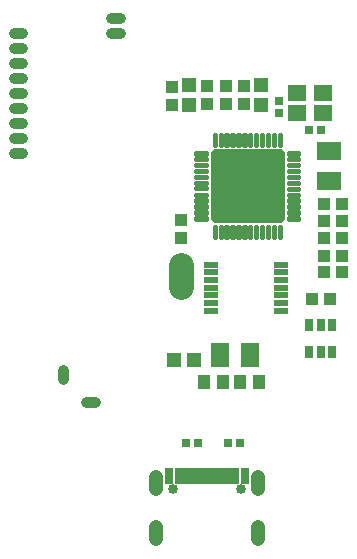
<source format=gbr>
G04 EAGLE Gerber RS-274X export*
G75*
%MOMM*%
%FSLAX34Y34*%
%LPD*%
%INSoldermask Top*%
%IPPOS*%
%AMOC8*
5,1,8,0,0,1.08239X$1,22.5*%
G01*
%ADD10R,1.103200X1.203200*%
%ADD11R,0.803200X1.103200*%
%ADD12R,1.203200X1.303200*%
%ADD13R,1.303200X1.203200*%
%ADD14C,0.316234*%
%ADD15C,0.806416*%
%ADD16C,0.914400*%
%ADD17R,1.193800X0.508000*%
%ADD18R,1.603200X1.403200*%
%ADD19R,1.003200X1.103200*%
%ADD20R,1.603200X2.003200*%
%ADD21R,1.103200X1.003200*%
%ADD22R,0.803200X0.803200*%
%ADD23R,2.003200X1.603200*%
%ADD24C,2.133600*%
%ADD25R,0.778200X1.353200*%
%ADD26R,0.478200X1.353200*%
%ADD27C,1.203200*%
%ADD28C,0.853200*%


D10*
X319660Y128270D03*
X335660Y128270D03*
X305180Y128270D03*
X289180Y128270D03*
D11*
X397740Y176790D03*
X388240Y176790D03*
X378740Y176790D03*
X378740Y153790D03*
X388240Y153790D03*
X397740Y153790D03*
D12*
X277180Y379340D03*
X277180Y362340D03*
X338140Y379340D03*
X338140Y362340D03*
D13*
X264400Y146540D03*
X281400Y146540D03*
D14*
X353481Y328365D02*
X354651Y328365D01*
X353481Y328365D02*
X353481Y337235D01*
X354651Y337235D01*
X354651Y328365D01*
X354651Y331369D02*
X353481Y331369D01*
X353481Y334373D02*
X354651Y334373D01*
X349651Y328365D02*
X348481Y328365D01*
X348481Y337235D01*
X349651Y337235D01*
X349651Y328365D01*
X349651Y331369D02*
X348481Y331369D01*
X348481Y334373D02*
X349651Y334373D01*
X344651Y328365D02*
X343481Y328365D01*
X343481Y337235D01*
X344651Y337235D01*
X344651Y328365D01*
X344651Y331369D02*
X343481Y331369D01*
X343481Y334373D02*
X344651Y334373D01*
X339651Y328365D02*
X338481Y328365D01*
X338481Y337235D01*
X339651Y337235D01*
X339651Y328365D01*
X339651Y331369D02*
X338481Y331369D01*
X338481Y334373D02*
X339651Y334373D01*
X334651Y328365D02*
X333481Y328365D01*
X333481Y337235D01*
X334651Y337235D01*
X334651Y328365D01*
X334651Y331369D02*
X333481Y331369D01*
X333481Y334373D02*
X334651Y334373D01*
X329651Y328365D02*
X328481Y328365D01*
X328481Y337235D01*
X329651Y337235D01*
X329651Y328365D01*
X329651Y331369D02*
X328481Y331369D01*
X328481Y334373D02*
X329651Y334373D01*
X324651Y328365D02*
X323481Y328365D01*
X323481Y337235D01*
X324651Y337235D01*
X324651Y328365D01*
X324651Y331369D02*
X323481Y331369D01*
X323481Y334373D02*
X324651Y334373D01*
X319651Y328365D02*
X318481Y328365D01*
X318481Y337235D01*
X319651Y337235D01*
X319651Y328365D01*
X319651Y331369D02*
X318481Y331369D01*
X318481Y334373D02*
X319651Y334373D01*
X314651Y328365D02*
X313481Y328365D01*
X313481Y337235D01*
X314651Y337235D01*
X314651Y328365D01*
X314651Y331369D02*
X313481Y331369D01*
X313481Y334373D02*
X314651Y334373D01*
X309651Y328365D02*
X308481Y328365D01*
X308481Y337235D01*
X309651Y337235D01*
X309651Y328365D01*
X309651Y331369D02*
X308481Y331369D01*
X308481Y334373D02*
X309651Y334373D01*
X304651Y328365D02*
X303481Y328365D01*
X303481Y337235D01*
X304651Y337235D01*
X304651Y328365D01*
X304651Y331369D02*
X303481Y331369D01*
X303481Y334373D02*
X304651Y334373D01*
X299651Y328365D02*
X298481Y328365D01*
X298481Y337235D01*
X299651Y337235D01*
X299651Y328365D01*
X299651Y331369D02*
X298481Y331369D01*
X298481Y334373D02*
X299651Y334373D01*
X292001Y321885D02*
X292001Y320715D01*
X283131Y320715D01*
X283131Y321885D01*
X292001Y321885D01*
X292001Y316885D02*
X292001Y315715D01*
X283131Y315715D01*
X283131Y316885D01*
X292001Y316885D01*
X292001Y311885D02*
X292001Y310715D01*
X283131Y310715D01*
X283131Y311885D01*
X292001Y311885D01*
X292001Y306885D02*
X292001Y305715D01*
X283131Y305715D01*
X283131Y306885D01*
X292001Y306885D01*
X292001Y301885D02*
X292001Y300715D01*
X283131Y300715D01*
X283131Y301885D01*
X292001Y301885D01*
X292001Y296885D02*
X292001Y295715D01*
X283131Y295715D01*
X283131Y296885D01*
X292001Y296885D01*
X292001Y292385D02*
X292001Y291215D01*
X283131Y291215D01*
X283131Y292385D01*
X292001Y292385D01*
X292001Y286885D02*
X292001Y285715D01*
X283131Y285715D01*
X283131Y286885D01*
X292001Y286885D01*
X292001Y281885D02*
X292001Y280715D01*
X283131Y280715D01*
X283131Y281885D01*
X292001Y281885D01*
X292001Y276885D02*
X292001Y275715D01*
X283131Y275715D01*
X283131Y276885D01*
X292001Y276885D01*
X292001Y271885D02*
X292001Y270715D01*
X283131Y270715D01*
X283131Y271885D01*
X292001Y271885D01*
X292001Y266885D02*
X292001Y265715D01*
X283131Y265715D01*
X283131Y266885D01*
X292001Y266885D01*
X298481Y259235D02*
X299651Y259235D01*
X299651Y250365D01*
X298481Y250365D01*
X298481Y259235D01*
X298481Y253369D02*
X299651Y253369D01*
X299651Y256373D02*
X298481Y256373D01*
X303481Y259235D02*
X304651Y259235D01*
X304651Y250365D01*
X303481Y250365D01*
X303481Y259235D01*
X303481Y253369D02*
X304651Y253369D01*
X304651Y256373D02*
X303481Y256373D01*
X308481Y259235D02*
X309651Y259235D01*
X309651Y250365D01*
X308481Y250365D01*
X308481Y259235D01*
X308481Y253369D02*
X309651Y253369D01*
X309651Y256373D02*
X308481Y256373D01*
X313481Y259235D02*
X314651Y259235D01*
X314651Y250365D01*
X313481Y250365D01*
X313481Y259235D01*
X313481Y253369D02*
X314651Y253369D01*
X314651Y256373D02*
X313481Y256373D01*
X318481Y259235D02*
X319651Y259235D01*
X319651Y250365D01*
X318481Y250365D01*
X318481Y259235D01*
X318481Y253369D02*
X319651Y253369D01*
X319651Y256373D02*
X318481Y256373D01*
X323481Y259235D02*
X324651Y259235D01*
X324651Y250365D01*
X323481Y250365D01*
X323481Y259235D01*
X323481Y253369D02*
X324651Y253369D01*
X324651Y256373D02*
X323481Y256373D01*
X328481Y259235D02*
X329651Y259235D01*
X329651Y250365D01*
X328481Y250365D01*
X328481Y259235D01*
X328481Y253369D02*
X329651Y253369D01*
X329651Y256373D02*
X328481Y256373D01*
X333481Y259235D02*
X334651Y259235D01*
X334651Y250365D01*
X333481Y250365D01*
X333481Y259235D01*
X333481Y253369D02*
X334651Y253369D01*
X334651Y256373D02*
X333481Y256373D01*
X338481Y259235D02*
X339651Y259235D01*
X339651Y250365D01*
X338481Y250365D01*
X338481Y259235D01*
X338481Y253369D02*
X339651Y253369D01*
X339651Y256373D02*
X338481Y256373D01*
X343481Y259235D02*
X344651Y259235D01*
X344651Y250365D01*
X343481Y250365D01*
X343481Y259235D01*
X343481Y253369D02*
X344651Y253369D01*
X344651Y256373D02*
X343481Y256373D01*
X348481Y259235D02*
X349651Y259235D01*
X349651Y250365D01*
X348481Y250365D01*
X348481Y259235D01*
X348481Y253369D02*
X349651Y253369D01*
X349651Y256373D02*
X348481Y256373D01*
X353481Y259235D02*
X354651Y259235D01*
X354651Y250365D01*
X353481Y250365D01*
X353481Y259235D01*
X353481Y253369D02*
X354651Y253369D01*
X354651Y256373D02*
X353481Y256373D01*
X361131Y265715D02*
X361131Y266885D01*
X370001Y266885D01*
X370001Y265715D01*
X361131Y265715D01*
X361131Y270715D02*
X361131Y271885D01*
X370001Y271885D01*
X370001Y270715D01*
X361131Y270715D01*
X361131Y275715D02*
X361131Y276885D01*
X370001Y276885D01*
X370001Y275715D01*
X361131Y275715D01*
X361131Y280715D02*
X361131Y281885D01*
X370001Y281885D01*
X370001Y280715D01*
X361131Y280715D01*
X361131Y285715D02*
X361131Y286885D01*
X370001Y286885D01*
X370001Y285715D01*
X361131Y285715D01*
X361131Y290715D02*
X361131Y291885D01*
X370001Y291885D01*
X370001Y290715D01*
X361131Y290715D01*
X361131Y295715D02*
X361131Y296885D01*
X370001Y296885D01*
X370001Y295715D01*
X361131Y295715D01*
X361131Y300715D02*
X361131Y301885D01*
X370001Y301885D01*
X370001Y300715D01*
X361131Y300715D01*
X361131Y305715D02*
X361131Y306885D01*
X370001Y306885D01*
X370001Y305715D01*
X361131Y305715D01*
X361131Y310715D02*
X361131Y311885D01*
X370001Y311885D01*
X370001Y310715D01*
X361131Y310715D01*
X361131Y315715D02*
X361131Y316885D01*
X370001Y316885D01*
X370001Y315715D01*
X361131Y315715D01*
X361131Y320715D02*
X361131Y321885D01*
X370001Y321885D01*
X370001Y320715D01*
X361131Y320715D01*
D15*
X299582Y320784D02*
X299582Y266816D01*
X299582Y320784D02*
X353550Y320784D01*
X353550Y266816D01*
X299582Y266816D01*
X299582Y274477D02*
X353550Y274477D01*
X353550Y282138D02*
X299582Y282138D01*
X299582Y289799D02*
X353550Y289799D01*
X353550Y297460D02*
X299582Y297460D01*
X299582Y305121D02*
X353550Y305121D01*
X353550Y312782D02*
X299582Y312782D01*
X299582Y320443D02*
X353550Y320443D01*
D16*
X135672Y423600D02*
X128560Y423600D01*
X128560Y410900D02*
X135672Y410900D01*
X135672Y398200D02*
X128560Y398200D01*
X128560Y385500D02*
X135672Y385500D01*
X135672Y372800D02*
X128560Y372800D01*
X128560Y360100D02*
X135672Y360100D01*
X135672Y347400D02*
X128560Y347400D01*
X128560Y334700D02*
X135672Y334700D01*
X135672Y322000D02*
X128560Y322000D01*
X211110Y423600D02*
X218222Y423600D01*
X218222Y436300D02*
X211110Y436300D01*
D17*
X354634Y188500D03*
X354634Y195000D03*
X354634Y201500D03*
X354634Y208000D03*
X354634Y214500D03*
X354634Y221000D03*
X354634Y227500D03*
X295278Y188500D03*
X295278Y195000D03*
X295278Y201500D03*
X295278Y208000D03*
X295278Y214500D03*
X295278Y221000D03*
X295278Y227500D03*
D16*
X196916Y111600D02*
X189804Y111600D01*
X170500Y130904D02*
X170500Y138016D01*
D18*
X390550Y372800D03*
X368550Y372800D03*
X368550Y355800D03*
X390550Y355800D03*
D19*
X292420Y363220D03*
X292420Y378460D03*
X322970Y363400D03*
X322970Y378640D03*
D20*
X302730Y150950D03*
X328130Y150950D03*
D21*
X396080Y198610D03*
X380840Y198610D03*
X406400Y234950D03*
X391160Y234950D03*
D19*
X307790Y378820D03*
X307790Y363580D03*
D22*
X378460Y341150D03*
X388620Y341150D03*
X352580Y355600D03*
X352580Y365760D03*
D21*
X391160Y250190D03*
X406400Y250190D03*
X391160Y264160D03*
X406400Y264160D03*
X391160Y220980D03*
X406400Y220980D03*
D23*
X395280Y297980D03*
X395280Y323380D03*
D19*
X262270Y362740D03*
X262270Y377980D03*
D21*
X391470Y279080D03*
X406710Y279080D03*
D19*
X270000Y265080D03*
X270000Y249840D03*
D24*
X270000Y227018D02*
X270000Y208222D01*
D25*
X260100Y48150D03*
X268100Y48150D03*
D26*
X279600Y48150D03*
X289600Y48150D03*
X294600Y48150D03*
X304600Y48150D03*
D25*
X324100Y48150D03*
X316100Y48150D03*
D26*
X309600Y48150D03*
X299600Y48150D03*
X284600Y48150D03*
X274600Y48150D03*
D27*
X248900Y47400D02*
X248900Y37400D01*
X335300Y37400D02*
X335300Y47400D01*
X248900Y5600D02*
X248900Y-4400D01*
X335300Y-4400D02*
X335300Y5600D01*
D28*
X321000Y37400D03*
X263200Y37400D03*
D22*
X284480Y76200D03*
X274320Y76200D03*
X309880Y76200D03*
X320040Y76200D03*
M02*

</source>
